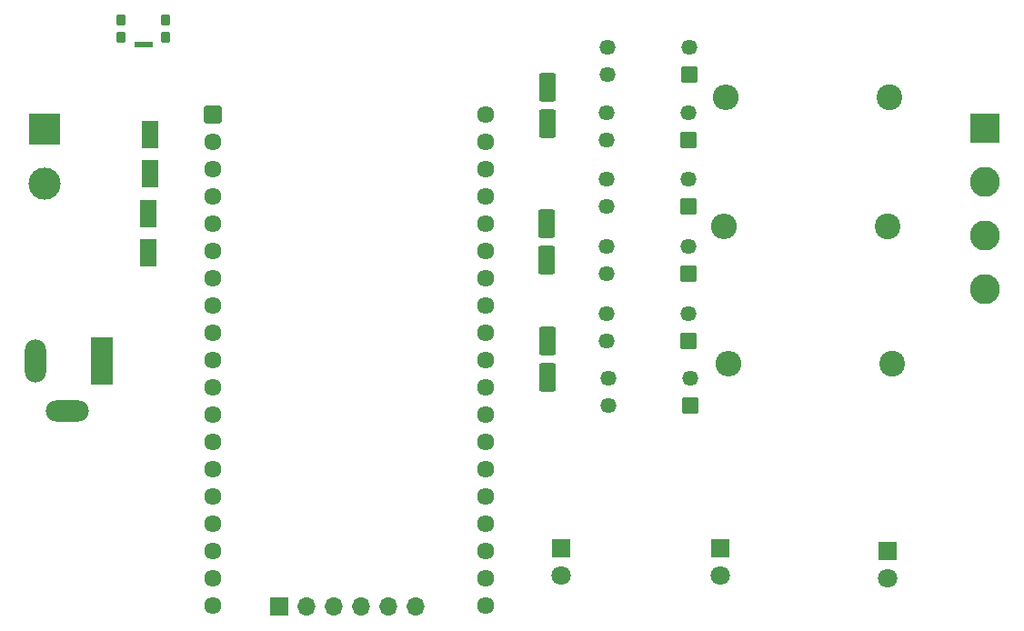
<source format=gbr>
%TF.GenerationSoftware,KiCad,Pcbnew,8.0.7*%
%TF.CreationDate,2025-06-01T16:35:16+09:00*%
%TF.ProjectId,ESP32 RST Monitoring,45535033-3220-4525-9354-204d6f6e6974,rev?*%
%TF.SameCoordinates,Original*%
%TF.FileFunction,Soldermask,Top*%
%TF.FilePolarity,Negative*%
%FSLAX46Y46*%
G04 Gerber Fmt 4.6, Leading zero omitted, Abs format (unit mm)*
G04 Created by KiCad (PCBNEW 8.0.7) date 2025-06-01 16:35:16*
%MOMM*%
%LPD*%
G01*
G04 APERTURE LIST*
G04 Aperture macros list*
%AMRoundRect*
0 Rectangle with rounded corners*
0 $1 Rounding radius*
0 $2 $3 $4 $5 $6 $7 $8 $9 X,Y pos of 4 corners*
0 Add a 4 corners polygon primitive as box body*
4,1,4,$2,$3,$4,$5,$6,$7,$8,$9,$2,$3,0*
0 Add four circle primitives for the rounded corners*
1,1,$1+$1,$2,$3*
1,1,$1+$1,$4,$5*
1,1,$1+$1,$6,$7*
1,1,$1+$1,$8,$9*
0 Add four rect primitives between the rounded corners*
20,1,$1+$1,$2,$3,$4,$5,0*
20,1,$1+$1,$4,$5,$6,$7,0*
20,1,$1+$1,$6,$7,$8,$9,0*
20,1,$1+$1,$8,$9,$2,$3,0*%
G04 Aperture macros list end*
%ADD10R,2.800000X2.800000*%
%ADD11C,2.800000*%
%ADD12RoundRect,0.102000X0.630000X0.630000X-0.630000X0.630000X-0.630000X-0.630000X0.630000X-0.630000X0*%
%ADD13C,1.464000*%
%ADD14R,1.800000X1.800000*%
%ADD15C,1.800000*%
%ADD16RoundRect,0.250000X-0.550000X1.050000X-0.550000X-1.050000X0.550000X-1.050000X0.550000X1.050000X0*%
%ADD17RoundRect,0.102000X-0.704000X-0.704000X0.704000X-0.704000X0.704000X0.704000X-0.704000X0.704000X0*%
%ADD18C,1.612000*%
%ADD19RoundRect,0.250000X-0.550000X1.075000X-0.550000X-1.075000X0.550000X-1.075000X0.550000X1.075000X0*%
%ADD20R,3.000000X3.000000*%
%ADD21C,3.000000*%
%ADD22C,2.400000*%
%ADD23O,2.400000X2.400000*%
%ADD24R,2.000000X4.500000*%
%ADD25O,2.000000X4.000000*%
%ADD26O,4.000000X2.000000*%
%ADD27RoundRect,0.135000X0.315000X0.365000X-0.315000X0.365000X-0.315000X-0.365000X0.315000X-0.365000X0*%
%ADD28RoundRect,0.082500X0.767500X0.192500X-0.767500X0.192500X-0.767500X-0.192500X0.767500X-0.192500X0*%
%ADD29R,1.700000X1.700000*%
%ADD30O,1.700000X1.700000*%
G04 APERTURE END LIST*
D10*
%TO.C,J3*%
X197916800Y-71360000D03*
D11*
X197916800Y-76360000D03*
X197916800Y-81360000D03*
X197916800Y-86360000D03*
%TD*%
D12*
%TO.C,Q1*%
X170354700Y-91161200D03*
D13*
X170354700Y-88621200D03*
X162734700Y-88621200D03*
X162734700Y-91161200D03*
%TD*%
D14*
%TO.C,D2*%
X158521400Y-110515400D03*
D15*
X158521400Y-113055400D03*
%TD*%
D16*
%TO.C,C2*%
X120192800Y-71987000D03*
X120192800Y-75587000D03*
%TD*%
D14*
%TO.C,D4*%
X188849000Y-110718600D03*
D15*
X188849000Y-113258600D03*
%TD*%
D12*
%TO.C,Q4*%
X170329300Y-84886800D03*
D13*
X170329300Y-82346800D03*
X162709300Y-82346800D03*
X162709300Y-84886800D03*
%TD*%
D12*
%TO.C,Q6*%
X170484800Y-97205800D03*
D13*
X170484800Y-94665800D03*
X162864800Y-94665800D03*
X162864800Y-97205800D03*
%TD*%
D17*
%TO.C,U2*%
X126034800Y-70053200D03*
D18*
X126034800Y-72593200D03*
X126034800Y-75133200D03*
X126034800Y-77673200D03*
X126034800Y-80213200D03*
X126034800Y-82753200D03*
X126034800Y-85293200D03*
X126034800Y-87833200D03*
X126034800Y-90373200D03*
X126034800Y-92913200D03*
X126034800Y-95453200D03*
X126034800Y-97993200D03*
X126034800Y-100533200D03*
X126034800Y-103073200D03*
X126034800Y-105613200D03*
X126034800Y-108153200D03*
X126034800Y-110693200D03*
X126034800Y-113233200D03*
X126034800Y-115773200D03*
X151434800Y-70053200D03*
X151434800Y-72593200D03*
X151434800Y-75133200D03*
X151434800Y-77673200D03*
X151434800Y-80213200D03*
X151434800Y-82753200D03*
X151434800Y-85293200D03*
X151434800Y-87833200D03*
X151434800Y-90373200D03*
X151434800Y-92913200D03*
X151434800Y-95453200D03*
X151434800Y-97993200D03*
X151434800Y-100533200D03*
X151434800Y-103073200D03*
X151434800Y-105613200D03*
X151434800Y-108153200D03*
X151434800Y-110693200D03*
X151434800Y-113233200D03*
X151434800Y-115773200D03*
%TD*%
D12*
%TO.C,Q3*%
X170456300Y-66369600D03*
D13*
X170456300Y-63829600D03*
X162836300Y-63829600D03*
X162836300Y-66369600D03*
%TD*%
D19*
%TO.C,C5*%
X157200600Y-91214200D03*
X157200600Y-94564200D03*
%TD*%
%TO.C,C4*%
X157099000Y-80265400D03*
X157099000Y-83615400D03*
%TD*%
%TO.C,C6*%
X157200600Y-67592200D03*
X157200600Y-70942200D03*
%TD*%
D16*
%TO.C,C1*%
X120065800Y-79356400D03*
X120065800Y-82956400D03*
%TD*%
D20*
%TO.C,J1*%
X110363000Y-71475600D03*
D21*
X110363000Y-76555600D03*
%TD*%
D22*
%TO.C,R3*%
X189280800Y-93268800D03*
D23*
X174040800Y-93268800D03*
%TD*%
D22*
%TO.C,R4*%
X189077600Y-68453000D03*
D23*
X173837600Y-68453000D03*
%TD*%
D24*
%TO.C,J2*%
X115724800Y-93014800D03*
D25*
X109524800Y-93014800D03*
D26*
X112524800Y-97714800D03*
%TD*%
D22*
%TO.C,R2*%
X188899800Y-80492600D03*
D23*
X173659800Y-80492600D03*
%TD*%
D12*
%TO.C,Q5*%
X170383200Y-72466200D03*
D13*
X170383200Y-69926200D03*
X162763200Y-69926200D03*
X162763200Y-72466200D03*
%TD*%
D14*
%TO.C,D3*%
X173304200Y-110434200D03*
D15*
X173304200Y-112974200D03*
%TD*%
D27*
%TO.C,SW1*%
X121648800Y-62916400D03*
X117548800Y-62916400D03*
X121648800Y-61316400D03*
X117548800Y-61316400D03*
D28*
X119598800Y-63541400D03*
%TD*%
D12*
%TO.C,Q2*%
X170329300Y-78613000D03*
D13*
X170329300Y-76073000D03*
X162709300Y-76073000D03*
X162709300Y-78613000D03*
%TD*%
D29*
%TO.C,J4*%
X132232000Y-115931400D03*
D30*
X134772000Y-115931400D03*
X137312000Y-115931400D03*
X139852000Y-115931400D03*
X142392000Y-115931400D03*
X144932000Y-115931400D03*
%TD*%
M02*

</source>
